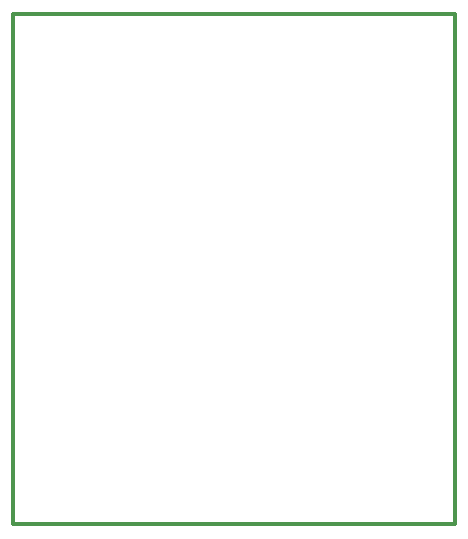
<source format=gbr>
G04 DesignSpark PCB Gerber Version 10.0 Build 5299*
%FSLAX35Y35*%
%MOIN*%
%ADD84C,0.01200*%
X0Y0D02*
D02*
D84*
X600Y600D02*
X148100D01*
Y170600D01*
X600D01*
Y600D01*
X0Y0D02*
M02*

</source>
